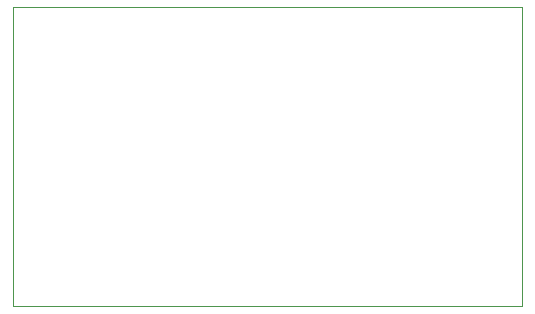
<source format=gbr>
%TF.GenerationSoftware,KiCad,Pcbnew,(7.0.0)*%
%TF.CreationDate,2023-02-21T16:48:07-06:00*%
%TF.ProjectId,stick-and-slip_v1,73746963-6b2d-4616-9e64-2d736c69705f,rev?*%
%TF.SameCoordinates,Original*%
%TF.FileFunction,Profile,NP*%
%FSLAX46Y46*%
G04 Gerber Fmt 4.6, Leading zero omitted, Abs format (unit mm)*
G04 Created by KiCad (PCBNEW (7.0.0)) date 2023-02-21 16:48:07*
%MOMM*%
%LPD*%
G01*
G04 APERTURE LIST*
%TA.AperFunction,Profile*%
%ADD10C,0.100000*%
%TD*%
G04 APERTURE END LIST*
D10*
X31750000Y-48514000D02*
X74803000Y-48514000D01*
X74803000Y-48514000D02*
X74803000Y-73787000D01*
X74803000Y-73787000D02*
X31750000Y-73787000D01*
X31750000Y-73787000D02*
X31750000Y-48514000D01*
M02*

</source>
